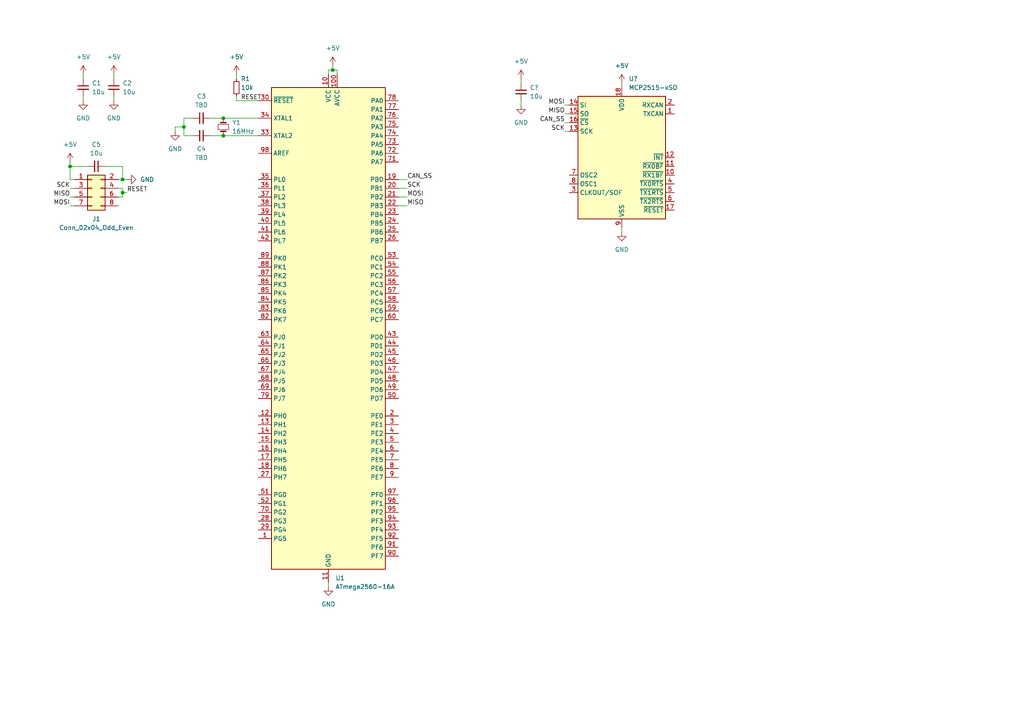
<source format=kicad_sch>
(kicad_sch (version 20211123) (generator eeschema)
  (paper "A4")
  (lib_symbols
    (symbol "Connector_Generic:Conn_02x04_Odd_Even" (pin_names (offset 1.016) hide)
      (property "Reference" "J" (at 1.27 5.08 0))
      (property "Value" "Conn_02x04_Odd_Even" (at 1.27 -7.62 0))
      (symbol "Conn_02x04_Odd_Even_1_1"
        (rectangle (start -1.27 -4.953) (end 0 -5.207) (stroke (width 0.1524)))
        (rectangle (start -1.27 -2.413) (end 0 -2.667) (stroke (width 0.1524)))
        (rectangle (start -1.27 0.127) (end 0 -0.127) (stroke (width 0.1524)))
        (rectangle (start -1.27 2.667) (end 0 2.413) (stroke (width 0.1524)))
        (rectangle (start -1.27 3.81) (end 3.81 -6.35) (stroke (width 0.254)) (fill (type background)))
        (rectangle (start 3.81 -4.953) (end 2.54 -5.207) (stroke (width 0.1524)))
        (rectangle (start 3.81 -2.413) (end 2.54 -2.667) (stroke (width 0.1524)))
        (rectangle (start 3.81 0.127) (end 2.54 -0.127) (stroke (width 0.1524)))
        (rectangle (start 3.81 2.667) (end 2.54 2.413) (stroke (width 0.1524)))
        (pin passive line (at -5.08 2.54 0) (length 3.81) (name "Pin_1") (number "1"))
        (pin passive line (at 7.62 2.54 180) (length 3.81) (name "Pin_2") (number "2"))
        (pin passive line (at -5.08 0 0) (length 3.81) (name "Pin_3") (number "3"))
        (pin passive line (at 7.62 0 180) (length 3.81) (name "Pin_4") (number "4"))
        (pin passive line (at -5.08 -2.54 0) (length 3.81) (name "Pin_5") (number "5"))
        (pin passive line (at 7.62 -2.54 180) (length 3.81) (name "Pin_6") (number "6"))
        (pin passive line (at -5.08 -5.08 0) (length 3.81) (name "Pin_7") (number "7"))
        (pin passive line (at 7.62 -5.08 180) (length 3.81) (name "Pin_8") (number "8"))
      )
    )
    (symbol "Device:C_Small" (pin_numbers hide) (pin_names (offset 0.254) hide)
      (property "Reference" "C" (at 0.254 1.778 0))
      (property "Value" "C_Small" (at 0.254 -2.032 0))
      (symbol "C_Small_0_1"
        (polyline (pts (xy -1.524 -0.508) (xy 1.524 -0.508)) (stroke (width 0.3302)))
        (polyline (pts (xy -1.524 0.508) (xy 1.524 0.508)) (stroke (width 0.3048)))
      )
      (symbol "C_Small_1_1"
        (pin passive line (at 0 2.54 270) (length 2.032) (name "~") (number "1"))
        (pin passive line (at 0 -2.54 90) (length 2.032) (name "~") (number "2"))
      )
    )
    (symbol "Device:Crystal_Small" (pin_numbers hide) (pin_names (offset 1.016) hide)
      (property "Reference" "Y" (at 0 2.54 0))
      (property "Value" "Crystal_Small" (at 0 -2.54 0))
      (symbol "Crystal_Small_0_1"
        (rectangle (start -0.762 -1.524) (end 0.762 1.524))
        (polyline (pts (xy -1.27 -0.762) (xy -1.27 0.762)) (stroke (width 0.381)))
        (polyline (pts (xy 1.27 -0.762) (xy 1.27 0.762)) (stroke (width 0.381)))
      )
      (symbol "Crystal_Small_1_1"
        (pin passive line (at -2.54 0 0) (length 1.27) (name "1") (number "1"))
        (pin passive line (at 2.54 0 180) (length 1.27) (name "2") (number "2"))
      )
    )
    (symbol "Device:R_Small" (pin_numbers hide) (pin_names (offset 0.254) hide)
      (property "Reference" "R" (at 0.762 0.508 0))
      (property "Value" "R_Small" (at 0.762 -1.016 0))
      (symbol "R_Small_0_1"
        (rectangle (start -0.762 1.778) (end 0.762 -1.778) (stroke (width 0.2032)))
      )
      (symbol "R_Small_1_1"
        (pin passive line (at 0 2.54 270) (length 0.762) (name "~") (number "1"))
        (pin passive line (at 0 -2.54 90) (length 0.762) (name "~") (number "2"))
      )
    )
    (symbol "Interface_CAN_LIN:MCP2515-xSO"
      (property "Reference" "U" (at -10.16 19.685 0))
      (property "Value" "MCP2515-xSO" (at 19.05 20.32 0))
      (symbol "MCP2515-xSO_0_1"
        (rectangle (start -12.7 17.78) (end 12.7 -17.78) (stroke (width 0.254)) (fill (type background)))
      )
      (symbol "MCP2515-xSO_1_1"
        (pin output line (at 15.24 12.7 180) (length 2.54) (name "TXCAN") (number "1"))
        (pin output line (at 15.24 -5.08 180) (length 2.54) (name "~{RX1BF}") (number "10"))
        (pin output line (at 15.24 -2.54 180) (length 2.54) (name "~{RX0BF}") (number "11"))
        (pin output line (at 15.24 0 180) (length 2.54) (name "~{INT}") (number "12"))
        (pin input line (at -15.24 7.62 0) (length 2.54) (name "SCK") (number "13"))
        (pin input line (at -15.24 15.24 0) (length 2.54) (name "SI") (number "14"))
        (pin output line (at -15.24 12.7 0) (length 2.54) (name "SO") (number "15"))
        (pin input line (at -15.24 10.16 0) (length 2.54) (name "~{CS}") (number "16"))
        (pin input line (at 15.24 -15.24 180) (length 2.54) (name "~{RESET}") (number "17"))
        (pin power_in line (at 0 20.32 270) (length 2.54) (name "VDD") (number "18"))
        (pin input line (at 15.24 15.24 180) (length 2.54) (name "RXCAN") (number "2"))
        (pin output line (at -15.24 -10.16 0) (length 2.54) (name "CLKOUT/SOF") (number "3"))
        (pin input line (at 15.24 -7.62 180) (length 2.54) (name "~{TX0RTS}") (number "4"))
        (pin input line (at 15.24 -10.16 180) (length 2.54) (name "~{TX1RTS}") (number "5"))
        (pin input line (at 15.24 -12.7 180) (length 2.54) (name "~{TX2RTS}") (number "6"))
        (pin output line (at -15.24 -5.08 0) (length 2.54) (name "OSC2") (number "7"))
        (pin input line (at -15.24 -7.62 0) (length 2.54) (name "OSC1") (number "8"))
        (pin power_in line (at 0 -20.32 90) (length 2.54) (name "VSS") (number "9"))
      )
    )
    (symbol "MCU_Microchip_ATmega:ATmega2560-16A"
      (property "Reference" "U" (at 0 1.27 0))
      (property "Value" "ATmega2560-16A" (at 0 -1.27 0))
      (symbol "ATmega2560-16A_0_1"
        (rectangle (start -16.51 -69.85) (end 16.51 69.85) (stroke (width 0.254)) (fill (type background)))
      )
      (symbol "ATmega2560-16A_1_1"
        (pin bidirectional line (at -20.32 -60.96 0) (length 3.81) (name "PG5") (number "1"))
        (pin power_in line (at 0 73.66 270) (length 3.81) (name "VCC") (number "10"))
        (pin power_in line (at 2.54 73.66 270) (length 3.81) (name "AVCC") (number "100"))
        (pin power_in line (at 0 -73.66 90) (length 3.81) (name "GND") (number "11"))
        (pin bidirectional line (at -20.32 -25.4 0) (length 3.81) (name "PH0") (number "12"))
        (pin bidirectional line (at -20.32 -27.94 0) (length 3.81) (name "PH1") (number "13"))
        (pin bidirectional line (at -20.32 -30.48 0) (length 3.81) (name "PH2") (number "14"))
        (pin bidirectional line (at -20.32 -33.02 0) (length 3.81) (name "PH3") (number "15"))
        (pin bidirectional line (at -20.32 -35.56 0) (length 3.81) (name "PH4") (number "16"))
        (pin bidirectional line (at -20.32 -38.1 0) (length 3.81) (name "PH5") (number "17"))
        (pin bidirectional line (at -20.32 -40.64 0) (length 3.81) (name "PH6") (number "18"))
        (pin bidirectional line (at 20.32 43.18 180) (length 3.81) (name "PB0") (number "19"))
        (pin bidirectional line (at 20.32 -25.4 180) (length 3.81) (name "PE0") (number "2"))
        (pin bidirectional line (at 20.32 40.64 180) (length 3.81) (name "PB1") (number "20"))
        (pin bidirectional line (at 20.32 38.1 180) (length 3.81) (name "PB2") (number "21"))
        (pin bidirectional line (at 20.32 35.56 180) (length 3.81) (name "PB3") (number "22"))
        (pin bidirectional line (at 20.32 33.02 180) (length 3.81) (name "PB4") (number "23"))
        (pin bidirectional line (at 20.32 30.48 180) (length 3.81) (name "PB5") (number "24"))
        (pin bidirectional line (at 20.32 27.94 180) (length 3.81) (name "PB6") (number "25"))
        (pin bidirectional line (at 20.32 25.4 180) (length 3.81) (name "PB7") (number "26"))
        (pin bidirectional line (at -20.32 -43.18 0) (length 3.81) (name "PH7") (number "27"))
        (pin bidirectional line (at -20.32 -55.88 0) (length 3.81) (name "PG3") (number "28"))
        (pin bidirectional line (at -20.32 -58.42 0) (length 3.81) (name "PG4") (number "29"))
        (pin bidirectional line (at 20.32 -27.94 180) (length 3.81) (name "PE1") (number "3"))
        (pin input line (at -20.32 66.04 0) (length 3.81) (name "~{RESET}") (number "30"))
        (pin passive line (at 0 73.66 270) (length 3.81) hide (name "VCC") (number "31"))
        (pin passive line (at 0 -73.66 90) (length 3.81) hide (name "GND") (number "32"))
        (pin output line (at -20.32 55.88 0) (length 3.81) (name "XTAL2") (number "33"))
        (pin input line (at -20.32 60.96 0) (length 3.81) (name "XTAL1") (number "34"))
        (pin bidirectional line (at -20.32 43.18 0) (length 3.81) (name "PL0") (number "35"))
        (pin bidirectional line (at -20.32 40.64 0) (length 3.81) (name "PL1") (number "36"))
        (pin bidirectional line (at -20.32 38.1 0) (length 3.81) (name "PL2") (number "37"))
        (pin bidirectional line (at -20.32 35.56 0) (length 3.81) (name "PL3") (number "38"))
        (pin bidirectional line (at -20.32 33.02 0) (length 3.81) (name "PL4") (number "39"))
        (pin bidirectional line (at 20.32 -30.48 180) (length 3.81) (name "PE2") (number "4"))
        (pin bidirectional line (at -20.32 30.48 0) (length 3.81) (name "PL5") (number "40"))
        (pin bidirectional line (at -20.32 27.94 0) (length 3.81) (name "PL6") (number "41"))
        (pin bidirectional line (at -20.32 25.4 0) (length 3.81) (name "PL7") (number "42"))
        (pin bidirectional line (at 20.32 -2.54 180) (length 3.81) (name "PD0") (number "43"))
        (pin bidirectional line (at 20.32 -5.08 180) (length 3.81) (name "PD1") (number "44"))
        (pin bidirectional line (at 20.32 -7.62 180) (length 3.81) (name "PD2") (number "45"))
        (pin bidirectional line (at 20.32 -10.16 180) (length 3.81) (name "PD3") (number "46"))
        (pin bidirectional line (at 20.32 -12.7 180) (length 3.81) (name "PD4") (number "47"))
        (pin bidirectional line (at 20.32 -15.24 180) (length 3.81) (name "PD5") (number "48"))
        (pin bidirectional line (at 20.32 -17.78 180) (length 3.81) (name "PD6") (number "49"))
        (pin bidirectional line (at 20.32 -33.02 180) (length 3.81) (name "PE3") (number "5"))
        (pin bidirectional line (at 20.32 -20.32 180) (length 3.81) (name "PD7") (number "50"))
        (pin bidirectional line (at -20.32 -48.26 0) (length 3.81) (name "PG0") (number "51"))
        (pin bidirectional line (at -20.32 -50.8 0) (length 3.81) (name "PG1") (number "52"))
        (pin bidirectional line (at 20.32 20.32 180) (length 3.81) (name "PC0") (number "53"))
        (pin bidirectional line (at 20.32 17.78 180) (length 3.81) (name "PC1") (number "54"))
        (pin bidirectional line (at 20.32 15.24 180) (length 3.81) (name "PC2") (number "55"))
        (pin bidirectional line (at 20.32 12.7 180) (length 3.81) (name "PC3") (number "56"))
        (pin bidirectional line (at 20.32 10.16 180) (length 3.81) (name "PC4") (number "57"))
        (pin bidirectional line (at 20.32 7.62 180) (length 3.81) (name "PC5") (number "58"))
        (pin bidirectional line (at 20.32 5.08 180) (length 3.81) (name "PC6") (number "59"))
        (pin bidirectional line (at 20.32 -35.56 180) (length 3.81) (name "PE4") (number "6"))
        (pin bidirectional line (at 20.32 2.54 180) (length 3.81) (name "PC7") (number "60"))
        (pin passive line (at 0 73.66 270) (length 3.81) hide (name "VCC") (number "61"))
        (pin passive line (at 0 -73.66 90) (length 3.81) hide (name "GND") (number "62"))
        (pin bidirectional line (at -20.32 -2.54 0) (length 3.81) (name "PJ0") (number "63"))
        (pin bidirectional line (at -20.32 -5.08 0) (length 3.81) (name "PJ1") (number "64"))
        (pin bidirectional line (at -20.32 -7.62 0) (length 3.81) (name "PJ2") (number "65"))
        (pin bidirectional line (at -20.32 -10.16 0) (length 3.81) (name "PJ3") (number "66"))
        (pin bidirectional line (at -20.32 -12.7 0) (length 3.81) (name "PJ4") (number "67"))
        (pin bidirectional line (at -20.32 -15.24 0) (length 3.81) (name "PJ5") (number "68"))
        (pin bidirectional line (at -20.32 -17.78 0) (length 3.81) (name "PJ6") (number "69"))
        (pin bidirectional line (at 20.32 -38.1 180) (length 3.81) (name "PE5") (number "7"))
        (pin bidirectional line (at -20.32 -53.34 0) (length 3.81) (name "PG2") (number "70"))
        (pin bidirectional line (at 20.32 48.26 180) (length 3.81) (name "PA7") (number "71"))
        (pin bidirectional line (at 20.32 50.8 180) (length 3.81) (name "PA6") (number "72"))
        (pin bidirectional line (at 20.32 53.34 180) (length 3.81) (name "PA5") (number "73"))
        (pin bidirectional line (at 20.32 55.88 180) (length 3.81) (name "PA4") (number "74"))
        (pin bidirectional line (at 20.32 58.42 180) (length 3.81) (name "PA3") (number "75"))
        (pin bidirectional line (at 20.32 60.96 180) (length 3.81) (name "PA2") (number "76"))
        (pin bidirectional line (at 20.32 63.5 180) (length 3.81) (name "PA1") (number "77"))
        (pin bidirectional line (at 20.32 66.04 180) (length 3.81) (name "PA0") (number "78"))
        (pin bidirectional line (at -20.32 -20.32 0) (length 3.81) (name "PJ7") (number "79"))
        (pin bidirectional line (at 20.32 -40.64 180) (length 3.81) (name "PE6") (number "8"))
        (pin passive line (at 0 73.66 270) (length 3.81) hide (name "VCC") (number "80"))
        (pin passive line (at 0 -73.66 90) (length 3.81) hide (name "GND") (number "81"))
        (pin bidirectional line (at -20.32 2.54 0) (length 3.81) (name "PK7") (number "82"))
        (pin bidirectional line (at -20.32 5.08 0) (length 3.81) (name "PK6") (number "83"))
        (pin bidirectional line (at -20.32 7.62 0) (length 3.81) (name "PK5") (number "84"))
        (pin bidirectional line (at -20.32 10.16 0) (length 3.81) (name "PK4") (number "85"))
        (pin bidirectional line (at -20.32 12.7 0) (length 3.81) (name "PK3") (number "86"))
        (pin bidirectional line (at -20.32 15.24 0) (length 3.81) (name "PK2") (number "87"))
        (pin bidirectional line (at -20.32 17.78 0) (length 3.81) (name "PK1") (number "88"))
        (pin bidirectional line (at -20.32 20.32 0) (length 3.81) (name "PK0") (number "89"))
        (pin bidirectional line (at 20.32 -43.18 180) (length 3.81) (name "PE7") (number "9"))
        (pin bidirectional line (at 20.32 -66.04 180) (length 3.81) (name "PF7") (number "90"))
        (pin bidirectional line (at 20.32 -63.5 180) (length 3.81) (name "PF6") (number "91"))
        (pin bidirectional line (at 20.32 -60.96 180) (length 3.81) (name "PF5") (number "92"))
        (pin bidirectional line (at 20.32 -58.42 180) (length 3.81) (name "PF4") (number "93"))
        (pin bidirectional line (at 20.32 -55.88 180) (length 3.81) (name "PF3") (number "94"))
        (pin bidirectional line (at 20.32 -53.34 180) (length 3.81) (name "PF2") (number "95"))
        (pin bidirectional line (at 20.32 -50.8 180) (length 3.81) (name "PF1") (number "96"))
        (pin bidirectional line (at 20.32 -48.26 180) (length 3.81) (name "PF0") (number "97"))
        (pin passive line (at -20.32 50.8 0) (length 3.81) (name "AREF") (number "98"))
        (pin passive line (at 0 -73.66 90) (length 3.81) hide (name "GND") (number "99"))
      )
    )
    (symbol "power:+5V" (power) (pin_names (offset 0))
      (property "Value" "+5V" (at 0 3.556 0))
      (symbol "+5V_0_1"
        (polyline (pts (xy -0.762 1.27) (xy 0 2.54)))
        (polyline (pts (xy 0 0) (xy 0 2.54)))
        (polyline (pts (xy 0 2.54) (xy 0.762 1.27)))
      )
      (symbol "+5V_1_1"
        (pin power_in line (at 0 0 90) (length 0) hide (name "+5V") (number "1"))
      )
    )
    (symbol "power:GND" (power) (pin_names (offset 0))
      (property "Value" "GND" (at 0 -3.81 0))
      (symbol "GND_0_1"
        (polyline (pts (xy 0 0) (xy 0 -1.27) (xy 1.27 -1.27) (xy 0 -2.54) (xy -1.27 -1.27) (xy 0 -1.27)))
      )
      (symbol "GND_1_1"
        (pin power_in line (at 0 0 270) (length 0) hide (name "GND") (number "1"))
      )
    )
  )
  (junction (at 35.56 55.88))
  (junction (at 64.77 39.37))
  (junction (at 35.56 52.07))
  (junction (at 53.34 36.83))
  (junction (at 96.52 20.32))
  (junction (at 20.32 48.26))
  (junction (at 64.77 34.29))
  (wire (pts (xy 34.29 54.61) (xy 35.56 54.61)))
  (wire (pts (xy 115.57 52.07) (xy 118.11 52.07)))
  (wire (pts (xy 163.83 33.02) (xy 165.1 33.02)))
  (wire (pts (xy 24.13 27.94) (xy 24.13 29.21)))
  (wire (pts (xy 35.56 48.26) (xy 35.56 52.07)))
  (wire (pts (xy 115.57 54.61) (xy 118.11 54.61)))
  (wire (pts (xy 68.58 21.59) (xy 68.58 22.86)))
  (wire (pts (xy 64.77 34.29) (xy 74.93 34.29)))
  (wire (pts (xy 95.25 20.32) (xy 96.52 20.32)))
  (wire (pts (xy 180.34 24.13) (xy 180.34 25.4)))
  (wire (pts (xy 50.8 36.83) (xy 50.8 38.1)))
  (wire (pts (xy 21.59 52.07) (xy 20.32 52.07)))
  (wire (pts (xy 35.56 52.07) (xy 36.83 52.07)))
  (wire (pts (xy 55.88 34.29) (xy 53.34 34.29)))
  (wire (pts (xy 35.56 54.61) (xy 35.56 55.88)))
  (wire (pts (xy 53.34 39.37) (xy 55.88 39.37)))
  (wire (pts (xy 35.56 55.88) (xy 35.56 57.15)))
  (wire (pts (xy 68.58 27.94) (xy 68.58 29.21)))
  (wire (pts (xy 35.56 57.15) (xy 34.29 57.15)))
  (wire (pts (xy 34.29 52.07) (xy 35.56 52.07)))
  (wire (pts (xy 95.25 168.91) (xy 95.25 170.18)))
  (wire (pts (xy 96.52 20.32) (xy 97.79 20.32)))
  (wire (pts (xy 163.83 35.56) (xy 165.1 35.56)))
  (wire (pts (xy 30.48 48.26) (xy 35.56 48.26)))
  (wire (pts (xy 97.79 20.32) (xy 97.79 21.59)))
  (wire (pts (xy 95.25 21.59) (xy 95.25 20.32)))
  (wire (pts (xy 151.13 29.21) (xy 151.13 30.48)))
  (wire (pts (xy 60.96 39.37) (xy 64.77 39.37)))
  (wire (pts (xy 68.58 29.21) (xy 74.93 29.21)))
  (wire (pts (xy 64.77 39.37) (xy 74.93 39.37)))
  (wire (pts (xy 115.57 57.15) (xy 118.11 57.15)))
  (wire (pts (xy 53.34 36.83) (xy 53.34 39.37)))
  (wire (pts (xy 35.56 55.88) (xy 36.83 55.88)))
  (wire (pts (xy 163.83 30.48) (xy 165.1 30.48)))
  (wire (pts (xy 20.32 46.99) (xy 20.32 48.26)))
  (wire (pts (xy 60.96 34.29) (xy 64.77 34.29)))
  (wire (pts (xy 20.32 59.69) (xy 21.59 59.69)))
  (wire (pts (xy 20.32 48.26) (xy 20.32 52.07)))
  (wire (pts (xy 20.32 54.61) (xy 21.59 54.61)))
  (wire (pts (xy 53.34 36.83) (xy 50.8 36.83)))
  (wire (pts (xy 33.02 27.94) (xy 33.02 29.21)))
  (wire (pts (xy 25.4 48.26) (xy 20.32 48.26)))
  (wire (pts (xy 53.34 34.29) (xy 53.34 36.83)))
  (wire (pts (xy 163.83 38.1) (xy 165.1 38.1)))
  (wire (pts (xy 96.52 19.05) (xy 96.52 20.32)))
  (wire (pts (xy 33.02 21.59) (xy 33.02 22.86)))
  (wire (pts (xy 20.32 57.15) (xy 21.59 57.15)))
  (wire (pts (xy 24.13 21.59) (xy 24.13 22.86)))
  (wire (pts (xy 115.57 59.69) (xy 118.11 59.69)))
  (wire (pts (xy 151.13 22.86) (xy 151.13 24.13)))
  (wire (pts (xy 180.34 66.04) (xy 180.34 67.31)))
  (label "SCK" (at 20.32 54.61 180))
  (label "RESET" (at 69.85 29.21 0))
  (label "CAN_SS" (at 118.11 52.07 0))
  (label "MISO" (at 163.83 33.02 180))
  (label "SCK" (at 163.83 38.1 180))
  (label "MISO" (at 20.32 57.15 180))
  (label "MOSI" (at 20.32 59.69 180))
  (label "CAN_SS" (at 163.83 35.56 180))
  (label "MOSI" (at 118.11 57.15 0))
  (label "RESET" (at 36.83 55.88 0))
  (label "MISO" (at 118.11 59.69 0))
  (label "MOSI" (at 163.83 30.48 180))
  (label "SCK" (at 118.11 54.61 0))
  (symbol (lib_id "power:GND") (at 33.02 29.21 0) (unit 1)
    (property "Reference" "#PWR0107" (effects hide))
    (property "Value" "GND" (at 33.02 34.29 0))
  )
  (symbol (lib_id "power:GND") (at 24.13 29.21 0) (unit 1)
    (property "Reference" "#PWR0106" (effects hide))
    (property "Value" "GND" (at 24.13 34.29 0))
  )
  (symbol (lib_id "power:+5V") (at 180.34 24.13 0) (unit 1)
    (property "Reference" "#PWR?" (effects hide))
    (property "Value" "+5V" (at 180.34 19.05 0))
  )
  (symbol (lib_id "Device:C_Small") (at 27.94 48.26 270) (unit 1)
    (property "Reference" "C5" (at 27.9336 41.91 90))
    (property "Value" "10u" (at 27.9336 44.45 90))
    (property "Footprint" "Capacitor_SMD:C_0603_1608Metric" (effects hide))
  )
  (symbol (lib_id "Device:Crystal_Small") (at 64.77 36.83 90) (unit 1)
    (property "Reference" "Y1" (at 67.31 35.5599 90) (effects (justify right)))
    (property "Value" "16MHz" (at 67.31 38.0999 90) (effects (justify right)))
  )
  (symbol (lib_id "power:+5V") (at 24.13 21.59 0) (unit 1)
    (property "Reference" "#PWR0109" (effects hide))
    (property "Value" "+5V" (at 24.13 16.51 0))
  )
  (symbol (lib_id "Device:C_Small") (at 58.42 34.29 90) (unit 1)
    (property "Reference" "C3" (at 58.4263 27.94 90))
    (property "Value" "TBD" (at 58.4263 30.48 90))
    (property "Footprint" "Capacitor_SMD:C_0603_1608Metric" (effects hide))
  )
  (symbol (lib_id "Interface_CAN_LIN:MCP2515-xSO") (at 180.34 45.72 0) (unit 1)
    (property "Reference" "U?" (at 182.3594 22.86 0) (effects (justify left)))
    (property "Value" "MCP2515-xSO" (at 182.3594 25.4 0) (effects (justify left)))
    (property "Footprint" "Package_SO:SOIC-18W_7.5x11.6mm_P1.27mm" (effects hide))
    (property "Datasheet" "http://ww1.microchip.com/downloads/en/DeviceDoc/21801e.pdf" (effects hide))
  )
  (symbol (lib_id "power:GND") (at 95.25 170.18 0) (unit 1)
    (property "Reference" "#PWR0102" (effects hide))
    (property "Value" "GND" (at 95.25 175.26 0))
  )
  (symbol (lib_id "Connector_Generic:Conn_02x04_Odd_Even") (at 26.67 54.61 0) (unit 1)
    (property "Reference" "J1" (at 27.94 63.5 0))
    (property "Value" "Conn_02x04_Odd_Even" (at 27.94 66.04 0))
    (property "Footprint" "Connector_PinHeader_2.54mm:PinHeader_2x04_P2.54mm_Vertical" (effects hide))
  )
  (symbol (lib_id "power:+5V") (at 96.52 19.05 0) (unit 1)
    (property "Reference" "#PWR0101" (effects hide))
    (property "Value" "+5V" (at 96.52 13.97 0))
  )
  (symbol (lib_id "power:+5V") (at 33.02 21.59 0) (unit 1)
    (property "Reference" "#PWR0110" (effects hide))
    (property "Value" "+5V" (at 33.02 16.51 0))
  )
  (symbol (lib_id "Device:R_Small") (at 68.58 25.4 0) (unit 1)
    (property "Reference" "R1" (at 69.85 22.86 0) (effects (justify left)))
    (property "Value" "10k" (at 69.85 25.4 0) (effects (justify left)))
    (property "Footprint" "Resistor_SMD:R_0603_1608Metric" (effects hide))
  )
  (symbol (lib_id "power:+5V") (at 20.32 46.99 0) (unit 1)
    (property "Reference" "#PWR0103" (effects hide))
    (property "Value" "+5V" (at 20.32 41.91 0))
  )
  (symbol (lib_id "MCU_Microchip_ATmega:ATmega2560-16A") (at 95.25 95.25 0) (unit 1)
    (property "Reference" "U1" (at 97.2694 167.64 0) (effects (justify left)))
    (property "Value" "ATmega2560-16A" (at 97.2694 170.18 0) (effects (justify left)))
    (property "Footprint" "Package_QFP:TQFP-100_14x14mm_P0.5mm" (effects hide))
    (property "Datasheet" "http://ww1.microchip.com/downloads/en/DeviceDoc/Atmel-2549-8-bit-AVR-Microcontroller-ATmega640-1280-1281-2560-2561_datasheet.pdf" (effects hide))
  )
  (symbol (lib_id "power:GND") (at 36.83 52.07 90) (unit 1)
    (property "Reference" "#PWR0104" (effects hide))
    (property "Value" "GND" (at 40.64 52.0699 90) (effects (justify right)))
  )
  (symbol (lib_id "power:GND") (at 50.8 38.1 0) (unit 1)
    (property "Reference" "#PWR0105" (effects hide))
    (property "Value" "GND" (at 50.8 43.18 0))
  )
  (symbol (lib_id "Device:C_Small") (at 33.02 25.4 0) (unit 1)
    (property "Reference" "C2" (at 35.56 24.1362 0) (effects (justify left)))
    (property "Value" "10u" (at 35.56 26.6762 0) (effects (justify left)))
    (property "Footprint" "Capacitor_SMD:C_0603_1608Metric" (effects hide))
  )
  (symbol (lib_id "power:+5V") (at 151.13 22.86 0) (unit 1)
    (property "Reference" "#PWR?" (effects hide))
    (property "Value" "+5V" (at 151.13 17.78 0))
  )
  (symbol (lib_id "Device:C_Small") (at 151.13 26.67 0) (unit 1)
    (property "Reference" "C?" (at 153.67 25.4062 0) (effects (justify left)))
    (property "Value" "10u" (at 153.67 27.9462 0) (effects (justify left)))
    (property "Footprint" "Capacitor_SMD:C_0603_1608Metric" (effects hide))
  )
  (symbol (lib_id "power:+5V") (at 68.58 21.59 0) (unit 1)
    (property "Reference" "#PWR0108" (effects hide))
    (property "Value" "+5V" (at 68.58 16.51 0))
  )
  (symbol (lib_id "power:GND") (at 180.34 67.31 0) (unit 1)
    (property "Reference" "#PWR?" (effects hide))
    (property "Value" "GND" (at 180.34 72.39 0))
  )
  (symbol (lib_id "Device:C_Small") (at 58.42 39.37 270) (unit 1)
    (property "Reference" "C4" (at 58.42 43.18 90))
    (property "Value" "TBD" (at 58.42 45.72 90))
    (property "Footprint" "Capacitor_SMD:C_0603_1608Metric" (effects hide))
  )
  (symbol (lib_id "power:GND") (at 151.13 30.48 0) (unit 1)
    (property "Reference" "#PWR?" (effects hide))
    (property "Value" "GND" (at 151.13 35.56 0))
  )
  (symbol (lib_id "Device:C_Small") (at 24.13 25.4 0) (unit 1)
    (property "Reference" "C1" (at 26.67 24.1362 0) (effects (justify left)))
    (property "Value" "10u" (at 26.67 26.6762 0) (effects (justify left)))
    (property "Footprint" "Capacitor_SMD:C_0603_1608Metric" (effects hide))
  )
)
</source>
